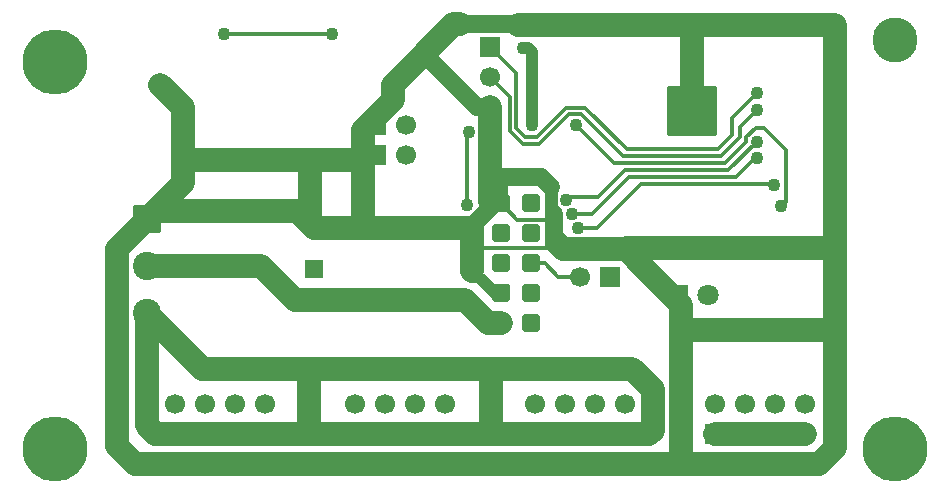
<source format=gbl>
G04 #@! TF.GenerationSoftware,KiCad,Pcbnew,9.0.6*
G04 #@! TF.CreationDate,2026-01-30T17:04:59+01:00*
G04 #@! TF.ProjectId,ESP32_PWM_PCB,45535033-325f-4505-974d-5f5043422e6b,1.0*
G04 #@! TF.SameCoordinates,Original*
G04 #@! TF.FileFunction,Copper,L2,Bot*
G04 #@! TF.FilePolarity,Positive*
%FSLAX46Y46*%
G04 Gerber Fmt 4.6, Leading zero omitted, Abs format (unit mm)*
G04 Created by KiCad (PCBNEW 9.0.6) date 2026-01-30 17:04:59*
%MOMM*%
%LPD*%
G01*
G04 APERTURE LIST*
G04 Aperture macros list*
%AMRoundRect*
0 Rectangle with rounded corners*
0 $1 Rounding radius*
0 $2 $3 $4 $5 $6 $7 $8 $9 X,Y pos of 4 corners*
0 Add a 4 corners polygon primitive as box body*
4,1,4,$2,$3,$4,$5,$6,$7,$8,$9,$2,$3,0*
0 Add four circle primitives for the rounded corners*
1,1,$1+$1,$2,$3*
1,1,$1+$1,$4,$5*
1,1,$1+$1,$6,$7*
1,1,$1+$1,$8,$9*
0 Add four rect primitives between the rounded corners*
20,1,$1+$1,$2,$3,$4,$5,0*
20,1,$1+$1,$4,$5,$6,$7,0*
20,1,$1+$1,$6,$7,$8,$9,0*
20,1,$1+$1,$8,$9,$2,$3,0*%
G04 Aperture macros list end*
G04 #@! TA.AperFunction,ComponentPad*
%ADD10R,1.800000X1.800000*%
G04 #@! TD*
G04 #@! TA.AperFunction,ComponentPad*
%ADD11C,1.800000*%
G04 #@! TD*
G04 #@! TA.AperFunction,ComponentPad*
%ADD12R,1.700000X1.700000*%
G04 #@! TD*
G04 #@! TA.AperFunction,ComponentPad*
%ADD13C,1.700000*%
G04 #@! TD*
G04 #@! TA.AperFunction,ComponentPad*
%ADD14C,2.600000*%
G04 #@! TD*
G04 #@! TA.AperFunction,ConnectorPad*
%ADD15C,3.800000*%
G04 #@! TD*
G04 #@! TA.AperFunction,ComponentPad*
%ADD16RoundRect,0.236220X-0.513780X-0.513780X0.513780X-0.513780X0.513780X0.513780X-0.513780X0.513780X0*%
G04 #@! TD*
G04 #@! TA.AperFunction,ComponentPad*
%ADD17RoundRect,0.250001X-0.949999X0.949999X-0.949999X-0.949999X0.949999X-0.949999X0.949999X0.949999X0*%
G04 #@! TD*
G04 #@! TA.AperFunction,ComponentPad*
%ADD18C,2.400000*%
G04 #@! TD*
G04 #@! TA.AperFunction,ComponentPad*
%ADD19RoundRect,0.250000X0.550000X-0.550000X0.550000X0.550000X-0.550000X0.550000X-0.550000X-0.550000X0*%
G04 #@! TD*
G04 #@! TA.AperFunction,ComponentPad*
%ADD20C,1.600000*%
G04 #@! TD*
G04 #@! TA.AperFunction,ComponentPad*
%ADD21C,3.600000*%
G04 #@! TD*
G04 #@! TA.AperFunction,ConnectorPad*
%ADD22C,5.500000*%
G04 #@! TD*
G04 #@! TA.AperFunction,HeatsinkPad*
%ADD23C,0.600000*%
G04 #@! TD*
G04 #@! TA.AperFunction,ViaPad*
%ADD24C,1.000000*%
G04 #@! TD*
G04 #@! TA.AperFunction,ViaPad*
%ADD25C,1.100000*%
G04 #@! TD*
G04 #@! TA.AperFunction,Conductor*
%ADD26C,1.500000*%
G04 #@! TD*
G04 #@! TA.AperFunction,Conductor*
%ADD27C,2.000000*%
G04 #@! TD*
G04 #@! TA.AperFunction,Conductor*
%ADD28C,1.100000*%
G04 #@! TD*
G04 #@! TA.AperFunction,Conductor*
%ADD29C,1.000000*%
G04 #@! TD*
G04 #@! TA.AperFunction,Conductor*
%ADD30C,0.300000*%
G04 #@! TD*
G04 APERTURE END LIST*
D10*
G04 #@! TO.P,D1,1,K*
G04 #@! TO.N,GND*
X164820600Y-109626400D03*
D11*
G04 #@! TO.P,D1,2,A*
G04 #@! TO.N,Net-(D1-A)*
X167360600Y-109626400D03*
G04 #@! TD*
D12*
G04 #@! TO.P,J2,1,Pin_1*
G04 #@! TO.N,+5C*
X122275600Y-121412000D03*
D13*
G04 #@! TO.P,J2,2,Pin_2*
G04 #@! TO.N,Net-(J2-Pin_2)*
X122275600Y-118872000D03*
G04 #@! TO.P,J2,3,Pin_3*
G04 #@! TO.N,+5C*
X124815600Y-121412000D03*
G04 #@! TO.P,J2,4,Pin_4*
G04 #@! TO.N,Net-(J2-Pin_4)*
X124815600Y-118872000D03*
G04 #@! TO.P,J2,5,Pin_5*
G04 #@! TO.N,+5C*
X127355600Y-121412000D03*
G04 #@! TO.P,J2,6,Pin_6*
G04 #@! TO.N,Net-(J2-Pin_6)*
X127355600Y-118872000D03*
G04 #@! TO.P,J2,7,Pin_7*
G04 #@! TO.N,+5C*
X129895600Y-121412000D03*
G04 #@! TO.P,J2,8,Pin_8*
G04 #@! TO.N,Net-(J2-Pin_8)*
X129895600Y-118872000D03*
G04 #@! TD*
D14*
G04 #@! TO.P,REF\u002A\u002A,1*
G04 #@! TO.N,N/C*
X183210200Y-88036400D03*
D15*
X183210200Y-88036400D03*
G04 #@! TD*
D12*
G04 #@! TO.P,J9,1,Pin_1*
G04 #@! TO.N,GND*
X167995600Y-123952000D03*
D13*
G04 #@! TO.P,J9,2,Pin_2*
X170535600Y-123952000D03*
G04 #@! TO.P,J9,3,Pin_3*
X173075600Y-123952000D03*
G04 #@! TO.P,J9,4,Pin_4*
X175615600Y-123952000D03*
G04 #@! TD*
D12*
G04 #@! TO.P,J6,1,Pin_1*
G04 #@! TO.N,GND*
X122275600Y-123952000D03*
D13*
G04 #@! TO.P,J6,2,Pin_2*
X124815600Y-123952000D03*
G04 #@! TO.P,J6,3,Pin_3*
X127355600Y-123952000D03*
G04 #@! TO.P,J6,4,Pin_4*
X129895600Y-123952000D03*
G04 #@! TD*
D12*
G04 #@! TO.P,J8,1,Pin_1*
G04 #@! TO.N,GND*
X152755600Y-123952000D03*
D13*
G04 #@! TO.P,J8,2,Pin_2*
X155295600Y-123952000D03*
G04 #@! TO.P,J8,3,Pin_3*
X157835600Y-123952000D03*
G04 #@! TO.P,J8,4,Pin_4*
X160375600Y-123952000D03*
G04 #@! TD*
D12*
G04 #@! TO.P,JP3,1,A*
G04 #@! TO.N,GND*
X139293600Y-97815400D03*
D13*
G04 #@! TO.P,JP3,2,B*
G04 #@! TO.N,Net-(JP3-B)*
X141833600Y-97815400D03*
G04 #@! TD*
D16*
G04 #@! TO.P,J1,1,GND*
G04 #@! TO.N,GND*
X149825902Y-101886400D03*
G04 #@! TO.P,J1,2,SCLK*
G04 #@! TO.N,Net-(J1-SCLK)*
X152365902Y-101886400D03*
G04 #@! TO.P,J1,3,INT*
G04 #@! TO.N,unconnected-(J1-INT-Pad3)*
X149825902Y-104426400D03*
G04 #@! TO.P,J1,4,SCS*
G04 #@! TO.N,Net-(J1-SCS)*
X152365902Y-104426400D03*
G04 #@! TO.P,J1,5,RST*
G04 #@! TO.N,Net-(J1-RST)*
X149825902Y-106966400D03*
G04 #@! TO.P,J1,6,MOSI*
G04 #@! TO.N,Net-(J1-MOSI)*
X152365902Y-106966400D03*
G04 #@! TO.P,J1,7,GND*
G04 #@! TO.N,GND*
X149825902Y-109506400D03*
G04 #@! TO.P,J1,8,MISO*
G04 #@! TO.N,Net-(J1-MISO)*
X152365902Y-109506400D03*
G04 #@! TO.P,J1,9,5V*
G04 #@! TO.N,+5V*
X149825902Y-112046400D03*
G04 #@! TO.P,J1,10,3.3V*
G04 #@! TO.N,unconnected-(J1-3.3V-Pad10)*
X152365902Y-112046400D03*
G04 #@! TD*
D12*
G04 #@! TO.P,J10,1,Pin_1*
G04 #@! TO.N,Net-(J10-Pin_1)*
X148945600Y-88671400D03*
D13*
G04 #@! TO.P,J10,2,Pin_2*
G04 #@! TO.N,Net-(J10-Pin_2)*
X148945600Y-91211400D03*
G04 #@! TO.P,J10,3,Pin_3*
G04 #@! TO.N,GND*
X148945600Y-93751400D03*
G04 #@! TD*
D12*
G04 #@! TO.P,J3,1,Pin_1*
G04 #@! TO.N,+5C*
X137515600Y-121412000D03*
D13*
G04 #@! TO.P,J3,2,Pin_2*
G04 #@! TO.N,Net-(J3-Pin_2)*
X137515600Y-118872000D03*
G04 #@! TO.P,J3,3,Pin_3*
G04 #@! TO.N,+5C*
X140055600Y-121412000D03*
G04 #@! TO.P,J3,4,Pin_4*
G04 #@! TO.N,Net-(J3-Pin_4)*
X140055600Y-118872000D03*
G04 #@! TO.P,J3,5,Pin_5*
G04 #@! TO.N,+5C*
X142595600Y-121412000D03*
G04 #@! TO.P,J3,6,Pin_6*
G04 #@! TO.N,Net-(J3-Pin_6)*
X142595600Y-118872000D03*
G04 #@! TO.P,J3,7,Pin_7*
G04 #@! TO.N,+5C*
X145135600Y-121412000D03*
G04 #@! TO.P,J3,8,Pin_8*
G04 #@! TO.N,Net-(J3-Pin_8)*
X145135600Y-118872000D03*
G04 #@! TD*
D17*
G04 #@! TO.P,J11,1,Pin_1*
G04 #@! TO.N,GND*
X119862600Y-103253400D03*
D18*
G04 #@! TO.P,J11,2,Pin_2*
G04 #@! TO.N,+5V*
X119862600Y-107213400D03*
G04 #@! TO.P,J11,3,Pin_3*
G04 #@! TO.N,+5C*
X119862600Y-111173400D03*
G04 #@! TD*
D19*
G04 #@! TO.P,C1,1*
G04 #@! TO.N,+5C*
X134010400Y-107467400D03*
D20*
G04 #@! TO.P,C1,2*
G04 #@! TO.N,GND*
X134010400Y-103967400D03*
G04 #@! TD*
D21*
G04 #@! TO.P,REF\u002A\u002A,1*
G04 #@! TO.N,N/C*
X112115600Y-89941400D03*
D22*
X112115600Y-89941400D03*
G04 #@! TD*
D21*
G04 #@! TO.P,REF\u002A\u002A,1*
G04 #@! TO.N,N/C*
X112115600Y-122682000D03*
D22*
X112115600Y-122682000D03*
G04 #@! TD*
D12*
G04 #@! TO.P,J7,1,Pin_1*
G04 #@! TO.N,GND*
X137515600Y-123952000D03*
D13*
G04 #@! TO.P,J7,2,Pin_2*
X140055600Y-123952000D03*
G04 #@! TO.P,J7,3,Pin_3*
X142595600Y-123952000D03*
G04 #@! TO.P,J7,4,Pin_4*
X145135600Y-123952000D03*
G04 #@! TD*
D21*
G04 #@! TO.P,REF\u002A\u002A,1*
G04 #@! TO.N,N/C*
X183235600Y-122682000D03*
D22*
X183235600Y-122682000D03*
G04 #@! TD*
D12*
G04 #@! TO.P,JP1,1,A*
G04 #@! TO.N,Net-(JP1-A)*
X159110600Y-108102400D03*
D13*
G04 #@! TO.P,JP1,2,B*
G04 #@! TO.N,Net-(J1-MOSI)*
X156570600Y-108102400D03*
G04 #@! TD*
D12*
G04 #@! TO.P,J5,1,Pin_1*
G04 #@! TO.N,+5C*
X167995600Y-121412000D03*
D13*
G04 #@! TO.P,J5,2,Pin_2*
G04 #@! TO.N,Net-(J5-Pin_2)*
X167995600Y-118872000D03*
G04 #@! TO.P,J5,3,Pin_3*
G04 #@! TO.N,+5C*
X170535600Y-121412000D03*
G04 #@! TO.P,J5,4,Pin_4*
G04 #@! TO.N,Net-(J5-Pin_4)*
X170535600Y-118872000D03*
G04 #@! TO.P,J5,5,Pin_5*
G04 #@! TO.N,+5C*
X173075600Y-121412000D03*
G04 #@! TO.P,J5,6,Pin_6*
G04 #@! TO.N,Net-(J5-Pin_6)*
X173075600Y-118872000D03*
G04 #@! TO.P,J5,7,Pin_7*
G04 #@! TO.N,+5C*
X175615600Y-121412000D03*
G04 #@! TO.P,J5,8,Pin_8*
G04 #@! TO.N,Net-(J5-Pin_8)*
X175615600Y-118872000D03*
G04 #@! TD*
D23*
G04 #@! TO.P,U1,39,GND*
G04 #@! TO.N,GND*
X164520600Y-93303900D03*
X164520600Y-94828900D03*
X165283100Y-92541400D03*
X165283100Y-94066400D03*
X165283100Y-95591400D03*
X166045600Y-93303900D03*
X166045600Y-94828900D03*
X166808100Y-92541400D03*
X166808100Y-94066400D03*
X166808100Y-95591400D03*
X167570600Y-93303900D03*
X167570600Y-94828900D03*
G04 #@! TD*
D12*
G04 #@! TO.P,J4,1,Pin_1*
G04 #@! TO.N,+5C*
X152755600Y-121412000D03*
D13*
G04 #@! TO.P,J4,2,Pin_2*
G04 #@! TO.N,Net-(J4-Pin_2)*
X152755600Y-118872000D03*
G04 #@! TO.P,J4,3,Pin_3*
G04 #@! TO.N,+5C*
X155295600Y-121412000D03*
G04 #@! TO.P,J4,4,Pin_4*
G04 #@! TO.N,Net-(J4-Pin_4)*
X155295600Y-118872000D03*
G04 #@! TO.P,J4,5,Pin_5*
G04 #@! TO.N,+5C*
X157835600Y-121412000D03*
G04 #@! TO.P,J4,6,Pin_6*
G04 #@! TO.N,Net-(J4-Pin_6)*
X157835600Y-118872000D03*
G04 #@! TO.P,J4,7,Pin_7*
G04 #@! TO.N,+5C*
X160375600Y-121412000D03*
G04 #@! TO.P,J4,8,Pin_8*
G04 #@! TO.N,Net-(J4-Pin_8)*
X160375600Y-118872000D03*
G04 #@! TD*
D12*
G04 #@! TO.P,JP2,1,A*
G04 #@! TO.N,GND*
X139293600Y-95275400D03*
D13*
G04 #@! TO.P,JP2,2,B*
G04 #@! TO.N,Net-(JP2-B)*
X141833600Y-95275400D03*
G04 #@! TD*
D24*
G04 #@! TO.N,GND*
X140690600Y-91846400D03*
D25*
X161400000Y-106700000D03*
X160426400Y-86817200D03*
X121005600Y-91846400D03*
X178155600Y-86766400D03*
G04 #@! TO.N,+3.3V*
X147000000Y-102000000D03*
X152501600Y-90449400D03*
X147192689Y-95874000D03*
X152501600Y-95250000D03*
X151695559Y-88712650D03*
G04 #@! TO.N,Net-(J1-RST)*
X156415014Y-103974419D03*
X173009600Y-100376400D03*
G04 #@! TO.N,Net-(J1-SCLK)*
X155370438Y-101596071D03*
X171527600Y-96672400D03*
G04 #@! TO.N,Net-(J1-SCS)*
X155841863Y-102807584D03*
X171500000Y-98100000D03*
G04 #@! TO.N,Net-(J10-Pin_2)*
X171500000Y-94000000D03*
G04 #@! TO.N,Net-(J10-Pin_1)*
X171500000Y-92600000D03*
G04 #@! TO.N,Net-(U1-IO0)*
X156235400Y-95275400D03*
X173600000Y-102100000D03*
G04 #@! TO.N,Net-(C2-Pad1)*
X135600000Y-87589400D03*
X126400000Y-87600000D03*
G04 #@! TD*
D26*
G04 #@! TO.N,GND*
X154069438Y-100530562D02*
X153238876Y-99700000D01*
D27*
X165100000Y-112600000D02*
X177855600Y-112600000D01*
X178155600Y-105600000D02*
X178155600Y-86833600D01*
D26*
X154340863Y-102800000D02*
X154340863Y-104977320D01*
D27*
X134010400Y-103967400D02*
X138100000Y-103967400D01*
X118872000Y-123952000D02*
X117348000Y-122428000D01*
X140690600Y-93116400D02*
X138150600Y-95656400D01*
D26*
X146400000Y-86700000D02*
X151200000Y-86700000D01*
D27*
X166045600Y-93303900D02*
X166045600Y-86827800D01*
X151300000Y-86800000D02*
X166006200Y-86800000D01*
X176817681Y-123952000D02*
X175615600Y-123952000D01*
X160425419Y-105725419D02*
X160450838Y-105700000D01*
X148919000Y-99425600D02*
X148945600Y-99425600D01*
X166045600Y-86827800D02*
X166073400Y-86800000D01*
X160450838Y-105700000D02*
X178055600Y-105700000D01*
X178155600Y-86833600D02*
X178122000Y-86800000D01*
X132601000Y-102558000D02*
X133705600Y-103662600D01*
X122910600Y-98196400D02*
X122910600Y-93751400D01*
D28*
X149825902Y-101886400D02*
X149825902Y-100305902D01*
D27*
X148900000Y-101700000D02*
X148900000Y-99444600D01*
X120558000Y-102558000D02*
X132601000Y-102558000D01*
D29*
X149825902Y-109506400D02*
X149333600Y-109506400D01*
D27*
X140690600Y-91846400D02*
X143318500Y-89218500D01*
X122275600Y-123952000D02*
X118872000Y-123952000D01*
X138100000Y-103967400D02*
X147400000Y-103967400D01*
D26*
X148900000Y-102300000D02*
X147400000Y-103800000D01*
D30*
X147400000Y-105478400D02*
X147621600Y-105700000D01*
D27*
X122275600Y-123952000D02*
X175615600Y-123952000D01*
X122910600Y-93751400D02*
X121005600Y-91846400D01*
D26*
X148900000Y-101700000D02*
X148900000Y-102300000D01*
D27*
X119862600Y-103253400D02*
X120558000Y-102558000D01*
X138150600Y-98196400D02*
X138150600Y-103916800D01*
D26*
X148945600Y-93751400D02*
X147851400Y-93751400D01*
D27*
X122910600Y-98196400D02*
X122910600Y-100205400D01*
D29*
X148763600Y-108936400D02*
X147421600Y-107594400D01*
D27*
X165100000Y-112600000D02*
X165100000Y-110500000D01*
D28*
X154340863Y-102800000D02*
X154069438Y-102528575D01*
D27*
X155088962Y-105725419D02*
X154590863Y-105227320D01*
X133705600Y-98247200D02*
X133654800Y-98196400D01*
X160425419Y-105725419D02*
X155088962Y-105725419D01*
D26*
X147400000Y-103800000D02*
X147400000Y-103967400D01*
D27*
X178155600Y-112900000D02*
X178155600Y-122614081D01*
X117348000Y-105768000D02*
X119862600Y-103253400D01*
X145837000Y-86700000D02*
X146400000Y-86700000D01*
X138150600Y-95656400D02*
X138150600Y-98196400D01*
X147421600Y-103989000D02*
X147400000Y-103967400D01*
X166073400Y-86800000D02*
X178122000Y-86800000D01*
X134010400Y-103967400D02*
X133705600Y-103662600D01*
X117348000Y-122428000D02*
X117348000Y-105768000D01*
X138150600Y-103916800D02*
X138100000Y-103967400D01*
D28*
X149825902Y-100305902D02*
X149220000Y-99700000D01*
D27*
X148900000Y-99444600D02*
X148919000Y-99425600D01*
X177855600Y-112600000D02*
X178155600Y-112900000D01*
X165100000Y-110500000D02*
X161400000Y-106800000D01*
D30*
X148127200Y-108300000D02*
X147421600Y-107594400D01*
D27*
X122910600Y-98196400D02*
X133654800Y-98196400D01*
D30*
X153918183Y-103300000D02*
X151239502Y-103300000D01*
X151239502Y-103300000D02*
X149825902Y-101886400D01*
D27*
X161400000Y-106800000D02*
X161400000Y-106700000D01*
D26*
X147851400Y-93751400D02*
X143318500Y-89218500D01*
D27*
X148945600Y-93751400D02*
X148945600Y-99425600D01*
D28*
X154069438Y-102528575D02*
X154069438Y-100530562D01*
D27*
X147421600Y-107594400D02*
X147421600Y-103989000D01*
D30*
X147400000Y-103967400D02*
X147400000Y-105478400D01*
D26*
X154340863Y-104977320D02*
X154590863Y-105227320D01*
D27*
X165100000Y-123952000D02*
X165100000Y-112600000D01*
D29*
X149333600Y-109506400D02*
X148763600Y-108936400D01*
D27*
X143318500Y-89218500D02*
X145837000Y-86700000D01*
X133705600Y-103662600D02*
X133705600Y-98247200D01*
X178155600Y-122614081D02*
X176817681Y-123952000D01*
X122910600Y-100205400D02*
X119862600Y-103253400D01*
D30*
X148427200Y-108600000D02*
X148127200Y-108300000D01*
X150463600Y-108936400D02*
X148763600Y-108936400D01*
D26*
X153238876Y-99700000D02*
X149220000Y-99700000D01*
D27*
X161400000Y-106700000D02*
X160425419Y-105725419D01*
D30*
X147621600Y-105700000D02*
X153735693Y-105700000D01*
D27*
X178055600Y-105700000D02*
X178155600Y-105600000D01*
X140690600Y-93116400D02*
X140690600Y-91846400D01*
X178155600Y-112900000D02*
X178155600Y-105600000D01*
X133654800Y-98196400D02*
X138150600Y-98196400D01*
G04 #@! TO.N,+5C*
X146900000Y-115900000D02*
X161000000Y-115900000D01*
X137515600Y-121412000D02*
X140055600Y-121412000D01*
X133600000Y-115900000D02*
X146900000Y-115900000D01*
X167995600Y-121412000D02*
X170535600Y-121412000D01*
X120612000Y-121412000D02*
X119862600Y-120662600D01*
X161000000Y-115900000D02*
X162700000Y-117600000D01*
X162700000Y-121200000D02*
X162600000Y-121200000D01*
X162700000Y-117600000D02*
X162700000Y-121200000D01*
X162600000Y-121200000D02*
X162388000Y-121412000D01*
X162388000Y-121412000D02*
X160375600Y-121412000D01*
X119862600Y-111173400D02*
X124589200Y-115900000D01*
X133600000Y-121312000D02*
X133700000Y-121412000D01*
X149000000Y-115900000D02*
X149000000Y-121312000D01*
X152755600Y-121412000D02*
X155295600Y-121412000D01*
X129895600Y-121412000D02*
X133700000Y-121412000D01*
X157835600Y-121412000D02*
X160375600Y-121412000D01*
X124815600Y-121412000D02*
X127355600Y-121412000D01*
X145135600Y-121412000D02*
X149900000Y-121412000D01*
X146900000Y-115900000D02*
X149000000Y-115900000D01*
X124589200Y-115900000D02*
X133600000Y-115900000D01*
X119862600Y-120662600D02*
X119862600Y-111173400D01*
X155295600Y-121412000D02*
X157835600Y-121412000D01*
X149900000Y-121412000D02*
X152755600Y-121412000D01*
X133600000Y-115900000D02*
X133600000Y-121312000D01*
X149000000Y-121312000D02*
X149100000Y-121412000D01*
X173075600Y-121412000D02*
X175615600Y-121412000D01*
X149100000Y-121412000D02*
X149900000Y-121412000D01*
X133700000Y-121412000D02*
X137515600Y-121412000D01*
X122275600Y-121412000D02*
X124815600Y-121412000D01*
X170535600Y-121412000D02*
X173075600Y-121412000D01*
X122275600Y-121412000D02*
X120612000Y-121412000D01*
X140055600Y-121412000D02*
X142595600Y-121412000D01*
X127355600Y-121412000D02*
X129895600Y-121412000D01*
X142595600Y-121412000D02*
X145135600Y-121412000D01*
G04 #@! TO.N,+5V*
X146800000Y-110100000D02*
X148746400Y-112046400D01*
X148746400Y-112046400D02*
X149825902Y-112046400D01*
X132400000Y-110100000D02*
X146800000Y-110100000D01*
X129513400Y-107213400D02*
X132400000Y-110100000D01*
X149825902Y-112046400D02*
X149779502Y-112000000D01*
X119862600Y-107213400D02*
X129513400Y-107213400D01*
D30*
G04 #@! TO.N,+3.3V*
X147000000Y-96066689D02*
X147192689Y-95874000D01*
D29*
X152501600Y-89052400D02*
X152501600Y-90449400D01*
D30*
X147000000Y-102000000D02*
X147000000Y-96066689D01*
D29*
X152161850Y-88712650D02*
X152501600Y-89052400D01*
X151695559Y-88712650D02*
X152161850Y-88712650D01*
X152501600Y-90449400D02*
X152501600Y-95250000D01*
D30*
G04 #@! TO.N,Net-(J1-RST)*
X158025581Y-103974419D02*
X161700000Y-100300000D01*
X161700000Y-100300000D02*
X172933200Y-100300000D01*
X172933200Y-100300000D02*
X173009600Y-100376400D01*
X156415014Y-103974419D02*
X158025581Y-103974419D01*
G04 #@! TO.N,Net-(J1-MOSI)*
X154702400Y-108102400D02*
X153566400Y-106966400D01*
X153566400Y-106966400D02*
X152365902Y-106966400D01*
X156570600Y-108102400D02*
X154702400Y-108102400D01*
G04 #@! TO.N,Net-(J1-SCLK)*
X158061000Y-101400000D02*
X160361000Y-99100000D01*
X160361000Y-99100000D02*
X169100000Y-99100000D01*
X155370438Y-101596071D02*
X155566509Y-101400000D01*
X155566509Y-101400000D02*
X158061000Y-101400000D01*
X169100000Y-99100000D02*
X171527600Y-96672400D01*
G04 #@! TO.N,Net-(J1-SCS)*
X171396400Y-98100000D02*
X171500000Y-98100000D01*
X169796400Y-99700000D02*
X171396400Y-98100000D01*
X155841863Y-102807584D02*
X157578413Y-102807584D01*
X157578413Y-102807584D02*
X160685997Y-99700000D01*
X160685997Y-99700000D02*
X169796400Y-99700000D01*
G04 #@! TO.N,Net-(J10-Pin_2)*
X170100000Y-95400000D02*
X170100000Y-96300000D01*
X155625600Y-94374400D02*
X153100000Y-96900000D01*
X150599000Y-95753261D02*
X150599000Y-92864800D01*
X160200000Y-97900000D02*
X156674400Y-94374400D01*
X170100000Y-96300000D02*
X168500000Y-97900000D01*
X153100000Y-96900000D02*
X151745739Y-96900000D01*
X151745739Y-96900000D02*
X150599000Y-95753261D01*
X156674400Y-94374400D02*
X155625600Y-94374400D01*
X168500000Y-97900000D02*
X160200000Y-97900000D01*
X171500000Y-94000000D02*
X170100000Y-95400000D01*
X150599000Y-92864800D02*
X148945600Y-91211400D01*
G04 #@! TO.N,Net-(J10-Pin_1)*
X155395740Y-93800000D02*
X153700000Y-95495740D01*
X153700000Y-95495740D02*
X153700000Y-95500000D01*
X160500000Y-97300000D02*
X157000000Y-93800000D01*
X151100000Y-90825800D02*
X148945600Y-88671400D01*
X171500000Y-92600000D02*
X169400000Y-94700000D01*
X157000000Y-93800000D02*
X155395740Y-93800000D01*
X168200000Y-97300000D02*
X160500000Y-97300000D01*
X169400000Y-94700000D02*
X169400000Y-96100000D01*
X152900000Y-96300000D02*
X151900000Y-96300000D01*
X151100000Y-95500000D02*
X151100000Y-90825800D01*
X169400000Y-96100000D02*
X168200000Y-97300000D01*
X153700000Y-95500000D02*
X152900000Y-96300000D01*
X151900000Y-96300000D02*
X151100000Y-95500000D01*
G04 #@! TO.N,Net-(U1-IO0)*
X174000000Y-97400000D02*
X174000000Y-101800000D01*
X159460000Y-98500000D02*
X168800000Y-98500000D01*
X170626600Y-96673400D02*
X170626600Y-96299193D01*
X168800000Y-98500000D02*
X170626600Y-96673400D01*
X174000000Y-101800000D02*
X173700000Y-102100000D01*
X171425793Y-95500000D02*
X172100000Y-95500000D01*
X173700000Y-102100000D02*
X173600000Y-102100000D01*
X172100000Y-95500000D02*
X174000000Y-97400000D01*
X170626600Y-96299193D02*
X171425793Y-95500000D01*
X156235400Y-95275400D02*
X159460000Y-98500000D01*
G04 #@! TO.N,Net-(C2-Pad1)*
X135600000Y-87800000D02*
X135600000Y-87589400D01*
X135400000Y-87600000D02*
X135600000Y-87800000D01*
X126400000Y-87600000D02*
X135400000Y-87600000D01*
G04 #@! TD*
G04 #@! TA.AperFunction,Conductor*
G04 #@! TO.N,GND*
G36*
X167985371Y-91950381D02*
G01*
X168025746Y-91958412D01*
X168070443Y-91976927D01*
X168094313Y-91992877D01*
X168100205Y-91998769D01*
X168104937Y-92000829D01*
X168128522Y-92027086D01*
X168144472Y-92050956D01*
X168162988Y-92095655D01*
X168171017Y-92136020D01*
X168173400Y-92160210D01*
X168173400Y-95977589D01*
X168171017Y-96001782D01*
X168162988Y-96042144D01*
X168159797Y-96049846D01*
X168159705Y-96055006D01*
X168144472Y-96086843D01*
X168128522Y-96110713D01*
X168094313Y-96144922D01*
X168070443Y-96160872D01*
X168025744Y-96179388D01*
X168009241Y-96182670D01*
X167985378Y-96187417D01*
X167961189Y-96189800D01*
X164143811Y-96189800D01*
X164119620Y-96187417D01*
X164104344Y-96184378D01*
X164079256Y-96179388D01*
X164034556Y-96160872D01*
X164010686Y-96144922D01*
X163976477Y-96110713D01*
X163960527Y-96086843D01*
X163942012Y-96042146D01*
X163933981Y-96001771D01*
X163931600Y-95977589D01*
X163931600Y-92160210D01*
X163933981Y-92136029D01*
X163942012Y-92095651D01*
X163960527Y-92050956D01*
X163976477Y-92027086D01*
X164010686Y-91992877D01*
X164034556Y-91976927D01*
X164079253Y-91958412D01*
X164119627Y-91950381D01*
X164143811Y-91948000D01*
X167961189Y-91948000D01*
X167985371Y-91950381D01*
G37*
G04 #@! TD.AperFunction*
G04 #@! TD*
M02*

</source>
